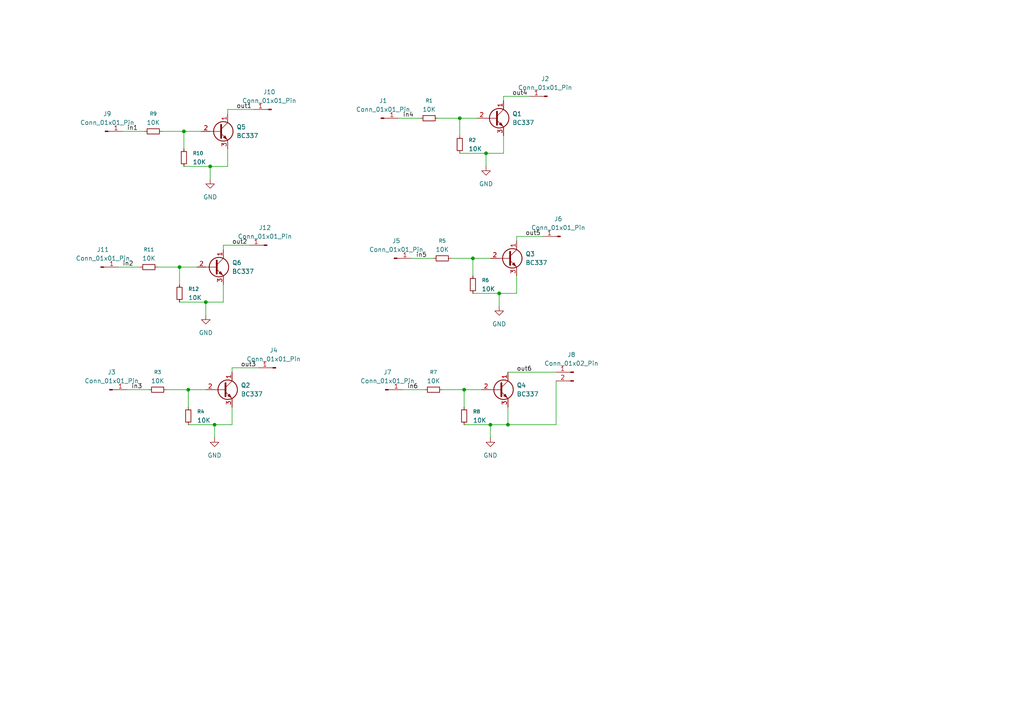
<source format=kicad_sch>
(kicad_sch
	(version 20250114)
	(generator "eeschema")
	(generator_version "9.0")
	(uuid "5e45d5e8-073e-4694-8b1c-49b8b6760d88")
	(paper "A4")
	(lib_symbols
		(symbol "Connector:Conn_01x01_Pin"
			(pin_names
				(offset 1.016)
				(hide yes)
			)
			(exclude_from_sim no)
			(in_bom yes)
			(on_board yes)
			(property "Reference" "J"
				(at 0 2.54 0)
				(effects
					(font
						(size 1.27 1.27)
					)
				)
			)
			(property "Value" "Conn_01x01_Pin"
				(at 0 -2.54 0)
				(effects
					(font
						(size 1.27 1.27)
					)
				)
			)
			(property "Footprint" ""
				(at 0 0 0)
				(effects
					(font
						(size 1.27 1.27)
					)
					(hide yes)
				)
			)
			(property "Datasheet" "~"
				(at 0 0 0)
				(effects
					(font
						(size 1.27 1.27)
					)
					(hide yes)
				)
			)
			(property "Description" "Generic connector, single row, 01x01, script generated"
				(at 0 0 0)
				(effects
					(font
						(size 1.27 1.27)
					)
					(hide yes)
				)
			)
			(property "ki_locked" ""
				(at 0 0 0)
				(effects
					(font
						(size 1.27 1.27)
					)
				)
			)
			(property "ki_keywords" "connector"
				(at 0 0 0)
				(effects
					(font
						(size 1.27 1.27)
					)
					(hide yes)
				)
			)
			(property "ki_fp_filters" "Connector*:*_1x??_*"
				(at 0 0 0)
				(effects
					(font
						(size 1.27 1.27)
					)
					(hide yes)
				)
			)
			(symbol "Conn_01x01_Pin_1_1"
				(rectangle
					(start 0.8636 0.127)
					(end 0 -0.127)
					(stroke
						(width 0.1524)
						(type default)
					)
					(fill
						(type outline)
					)
				)
				(polyline
					(pts
						(xy 1.27 0) (xy 0.8636 0)
					)
					(stroke
						(width 0.1524)
						(type default)
					)
					(fill
						(type none)
					)
				)
				(pin passive line
					(at 5.08 0 180)
					(length 3.81)
					(name "Pin_1"
						(effects
							(font
								(size 1.27 1.27)
							)
						)
					)
					(number "1"
						(effects
							(font
								(size 1.27 1.27)
							)
						)
					)
				)
			)
			(embedded_fonts no)
		)
		(symbol "Connector:Conn_01x02_Pin"
			(pin_names
				(offset 1.016)
				(hide yes)
			)
			(exclude_from_sim no)
			(in_bom yes)
			(on_board yes)
			(property "Reference" "J"
				(at 0 2.54 0)
				(effects
					(font
						(size 1.27 1.27)
					)
				)
			)
			(property "Value" "Conn_01x02_Pin"
				(at 0 -5.08 0)
				(effects
					(font
						(size 1.27 1.27)
					)
				)
			)
			(property "Footprint" ""
				(at 0 0 0)
				(effects
					(font
						(size 1.27 1.27)
					)
					(hide yes)
				)
			)
			(property "Datasheet" "~"
				(at 0 0 0)
				(effects
					(font
						(size 1.27 1.27)
					)
					(hide yes)
				)
			)
			(property "Description" "Generic connector, single row, 01x02, script generated"
				(at 0 0 0)
				(effects
					(font
						(size 1.27 1.27)
					)
					(hide yes)
				)
			)
			(property "ki_locked" ""
				(at 0 0 0)
				(effects
					(font
						(size 1.27 1.27)
					)
				)
			)
			(property "ki_keywords" "connector"
				(at 0 0 0)
				(effects
					(font
						(size 1.27 1.27)
					)
					(hide yes)
				)
			)
			(property "ki_fp_filters" "Connector*:*_1x??_*"
				(at 0 0 0)
				(effects
					(font
						(size 1.27 1.27)
					)
					(hide yes)
				)
			)
			(symbol "Conn_01x02_Pin_1_1"
				(rectangle
					(start 0.8636 0.127)
					(end 0 -0.127)
					(stroke
						(width 0.1524)
						(type default)
					)
					(fill
						(type outline)
					)
				)
				(rectangle
					(start 0.8636 -2.413)
					(end 0 -2.667)
					(stroke
						(width 0.1524)
						(type default)
					)
					(fill
						(type outline)
					)
				)
				(polyline
					(pts
						(xy 1.27 0) (xy 0.8636 0)
					)
					(stroke
						(width 0.1524)
						(type default)
					)
					(fill
						(type none)
					)
				)
				(polyline
					(pts
						(xy 1.27 -2.54) (xy 0.8636 -2.54)
					)
					(stroke
						(width 0.1524)
						(type default)
					)
					(fill
						(type none)
					)
				)
				(pin passive line
					(at 5.08 0 180)
					(length 3.81)
					(name "Pin_1"
						(effects
							(font
								(size 1.27 1.27)
							)
						)
					)
					(number "1"
						(effects
							(font
								(size 1.27 1.27)
							)
						)
					)
				)
				(pin passive line
					(at 5.08 -2.54 180)
					(length 3.81)
					(name "Pin_2"
						(effects
							(font
								(size 1.27 1.27)
							)
						)
					)
					(number "2"
						(effects
							(font
								(size 1.27 1.27)
							)
						)
					)
				)
			)
			(embedded_fonts no)
		)
		(symbol "Device:R_Small"
			(pin_numbers
				(hide yes)
			)
			(pin_names
				(offset 0.254)
				(hide yes)
			)
			(exclude_from_sim no)
			(in_bom yes)
			(on_board yes)
			(property "Reference" "R"
				(at 0 0 90)
				(effects
					(font
						(size 1.016 1.016)
					)
				)
			)
			(property "Value" "R_Small"
				(at 1.778 0 90)
				(effects
					(font
						(size 1.27 1.27)
					)
				)
			)
			(property "Footprint" ""
				(at 0 0 0)
				(effects
					(font
						(size 1.27 1.27)
					)
					(hide yes)
				)
			)
			(property "Datasheet" "~"
				(at 0 0 0)
				(effects
					(font
						(size 1.27 1.27)
					)
					(hide yes)
				)
			)
			(property "Description" "Resistor, small symbol"
				(at 0 0 0)
				(effects
					(font
						(size 1.27 1.27)
					)
					(hide yes)
				)
			)
			(property "ki_keywords" "R resistor"
				(at 0 0 0)
				(effects
					(font
						(size 1.27 1.27)
					)
					(hide yes)
				)
			)
			(property "ki_fp_filters" "R_*"
				(at 0 0 0)
				(effects
					(font
						(size 1.27 1.27)
					)
					(hide yes)
				)
			)
			(symbol "R_Small_0_1"
				(rectangle
					(start -0.762 1.778)
					(end 0.762 -1.778)
					(stroke
						(width 0.2032)
						(type default)
					)
					(fill
						(type none)
					)
				)
			)
			(symbol "R_Small_1_1"
				(pin passive line
					(at 0 2.54 270)
					(length 0.762)
					(name "~"
						(effects
							(font
								(size 1.27 1.27)
							)
						)
					)
					(number "1"
						(effects
							(font
								(size 1.27 1.27)
							)
						)
					)
				)
				(pin passive line
					(at 0 -2.54 90)
					(length 0.762)
					(name "~"
						(effects
							(font
								(size 1.27 1.27)
							)
						)
					)
					(number "2"
						(effects
							(font
								(size 1.27 1.27)
							)
						)
					)
				)
			)
			(embedded_fonts no)
		)
		(symbol "Transistor_BJT:BC337"
			(pin_names
				(offset 0)
				(hide yes)
			)
			(exclude_from_sim no)
			(in_bom yes)
			(on_board yes)
			(property "Reference" "Q"
				(at 5.08 1.905 0)
				(effects
					(font
						(size 1.27 1.27)
					)
					(justify left)
				)
			)
			(property "Value" "BC337"
				(at 5.08 0 0)
				(effects
					(font
						(size 1.27 1.27)
					)
					(justify left)
				)
			)
			(property "Footprint" "Package_TO_SOT_THT:TO-92_Inline"
				(at 5.08 -1.905 0)
				(effects
					(font
						(size 1.27 1.27)
						(italic yes)
					)
					(justify left)
					(hide yes)
				)
			)
			(property "Datasheet" "https://diotec.com/tl_files/diotec/files/pdf/datasheets/bc337.pdf"
				(at 0 0 0)
				(effects
					(font
						(size 1.27 1.27)
					)
					(justify left)
					(hide yes)
				)
			)
			(property "Description" "0.8A Ic, 45V Vce, NPN Transistor, TO-92"
				(at 0 0 0)
				(effects
					(font
						(size 1.27 1.27)
					)
					(hide yes)
				)
			)
			(property "ki_keywords" "NPN Transistor"
				(at 0 0 0)
				(effects
					(font
						(size 1.27 1.27)
					)
					(hide yes)
				)
			)
			(property "ki_fp_filters" "TO?92*"
				(at 0 0 0)
				(effects
					(font
						(size 1.27 1.27)
					)
					(hide yes)
				)
			)
			(symbol "BC337_0_1"
				(polyline
					(pts
						(xy -2.54 0) (xy 0.635 0)
					)
					(stroke
						(width 0)
						(type default)
					)
					(fill
						(type none)
					)
				)
				(polyline
					(pts
						(xy 0.635 1.905) (xy 0.635 -1.905)
					)
					(stroke
						(width 0.508)
						(type default)
					)
					(fill
						(type none)
					)
				)
				(circle
					(center 1.27 0)
					(radius 2.8194)
					(stroke
						(width 0.254)
						(type default)
					)
					(fill
						(type none)
					)
				)
			)
			(symbol "BC337_1_1"
				(polyline
					(pts
						(xy 0.635 0.635) (xy 2.54 2.54)
					)
					(stroke
						(width 0)
						(type default)
					)
					(fill
						(type none)
					)
				)
				(polyline
					(pts
						(xy 0.635 -0.635) (xy 2.54 -2.54)
					)
					(stroke
						(width 0)
						(type default)
					)
					(fill
						(type none)
					)
				)
				(polyline
					(pts
						(xy 1.27 -1.778) (xy 1.778 -1.27) (xy 2.286 -2.286) (xy 1.27 -1.778)
					)
					(stroke
						(width 0)
						(type default)
					)
					(fill
						(type outline)
					)
				)
				(pin input line
					(at -5.08 0 0)
					(length 2.54)
					(name "B"
						(effects
							(font
								(size 1.27 1.27)
							)
						)
					)
					(number "2"
						(effects
							(font
								(size 1.27 1.27)
							)
						)
					)
				)
				(pin passive line
					(at 2.54 5.08 270)
					(length 2.54)
					(name "C"
						(effects
							(font
								(size 1.27 1.27)
							)
						)
					)
					(number "1"
						(effects
							(font
								(size 1.27 1.27)
							)
						)
					)
				)
				(pin passive line
					(at 2.54 -5.08 90)
					(length 2.54)
					(name "E"
						(effects
							(font
								(size 1.27 1.27)
							)
						)
					)
					(number "3"
						(effects
							(font
								(size 1.27 1.27)
							)
						)
					)
				)
			)
			(embedded_fonts no)
		)
		(symbol "power:GND"
			(power)
			(pin_numbers
				(hide yes)
			)
			(pin_names
				(offset 0)
				(hide yes)
			)
			(exclude_from_sim no)
			(in_bom yes)
			(on_board yes)
			(property "Reference" "#PWR"
				(at 0 -6.35 0)
				(effects
					(font
						(size 1.27 1.27)
					)
					(hide yes)
				)
			)
			(property "Value" "GND"
				(at 0 -3.81 0)
				(effects
					(font
						(size 1.27 1.27)
					)
				)
			)
			(property "Footprint" ""
				(at 0 0 0)
				(effects
					(font
						(size 1.27 1.27)
					)
					(hide yes)
				)
			)
			(property "Datasheet" ""
				(at 0 0 0)
				(effects
					(font
						(size 1.27 1.27)
					)
					(hide yes)
				)
			)
			(property "Description" "Power symbol creates a global label with name \"GND\" , ground"
				(at 0 0 0)
				(effects
					(font
						(size 1.27 1.27)
					)
					(hide yes)
				)
			)
			(property "ki_keywords" "global power"
				(at 0 0 0)
				(effects
					(font
						(size 1.27 1.27)
					)
					(hide yes)
				)
			)
			(symbol "GND_0_1"
				(polyline
					(pts
						(xy 0 0) (xy 0 -1.27) (xy 1.27 -1.27) (xy 0 -2.54) (xy -1.27 -1.27) (xy 0 -1.27)
					)
					(stroke
						(width 0)
						(type default)
					)
					(fill
						(type none)
					)
				)
			)
			(symbol "GND_1_1"
				(pin power_in line
					(at 0 0 270)
					(length 0)
					(name "~"
						(effects
							(font
								(size 1.27 1.27)
							)
						)
					)
					(number "1"
						(effects
							(font
								(size 1.27 1.27)
							)
						)
					)
				)
			)
			(embedded_fonts no)
		)
	)
	(junction
		(at 54.61 113.03)
		(diameter 0)
		(color 0 0 0 0)
		(uuid "15425b0e-f87e-41d8-a592-3e7bcf8b1bf7")
	)
	(junction
		(at 53.34 38.1)
		(diameter 0)
		(color 0 0 0 0)
		(uuid "373f4af2-c769-4672-8d3b-9bbb7d08b51f")
	)
	(junction
		(at 144.78 85.09)
		(diameter 0)
		(color 0 0 0 0)
		(uuid "3b2cc262-c69b-475f-ad58-c297a0242c15")
	)
	(junction
		(at 59.69 87.63)
		(diameter 0)
		(color 0 0 0 0)
		(uuid "505c53b6-f020-416c-806a-ec7deac92745")
	)
	(junction
		(at 134.62 113.03)
		(diameter 0)
		(color 0 0 0 0)
		(uuid "6840bf56-83e4-4615-9fc9-20cff8b091d4")
	)
	(junction
		(at 52.07 77.47)
		(diameter 0)
		(color 0 0 0 0)
		(uuid "6b513869-8439-4f44-b10e-b02a8286a39c")
	)
	(junction
		(at 133.35 34.29)
		(diameter 0)
		(color 0 0 0 0)
		(uuid "6c2c9e22-120e-46e2-8699-b679d0e833d5")
	)
	(junction
		(at 140.97 44.45)
		(diameter 0)
		(color 0 0 0 0)
		(uuid "73495bea-8db7-4151-a1b5-38be35680072")
	)
	(junction
		(at 137.16 74.93)
		(diameter 0)
		(color 0 0 0 0)
		(uuid "778bb3f1-98ea-4b3f-9ce5-366ad924a9ab")
	)
	(junction
		(at 142.24 123.19)
		(diameter 0)
		(color 0 0 0 0)
		(uuid "8f2524f3-2dba-4cf8-aa44-daff562dd58a")
	)
	(junction
		(at 147.32 123.19)
		(diameter 0)
		(color 0 0 0 0)
		(uuid "b380924b-078f-469d-8009-e25eb830643a")
	)
	(junction
		(at 62.23 123.19)
		(diameter 0)
		(color 0 0 0 0)
		(uuid "c866e5ef-02b9-477e-a565-34485e3d836d")
	)
	(junction
		(at 60.96 48.26)
		(diameter 0)
		(color 0 0 0 0)
		(uuid "dfed7c41-bafd-488e-bc67-4b03be028cd0")
	)
	(wire
		(pts
			(xy 116.84 113.03) (xy 123.19 113.03)
		)
		(stroke
			(width 0)
			(type default)
		)
		(uuid "02a464e9-11f3-4f0a-aab2-da3f6cfe5202")
	)
	(wire
		(pts
			(xy 52.07 77.47) (xy 57.15 77.47)
		)
		(stroke
			(width 0)
			(type default)
		)
		(uuid "06cb7d14-5bb2-4e5f-8692-ab496c977889")
	)
	(wire
		(pts
			(xy 60.96 48.26) (xy 60.96 52.07)
		)
		(stroke
			(width 0)
			(type default)
		)
		(uuid "08f80535-4bec-48bf-b75f-21c15ca29d00")
	)
	(wire
		(pts
			(xy 161.29 110.49) (xy 161.29 123.19)
		)
		(stroke
			(width 0)
			(type default)
		)
		(uuid "0c7f6ba1-8aa3-46cf-be8d-608a55fb4fc4")
	)
	(wire
		(pts
			(xy 52.07 87.63) (xy 59.69 87.63)
		)
		(stroke
			(width 0)
			(type default)
		)
		(uuid "1637a8a5-837b-4b65-9f7d-4443e9a78e13")
	)
	(wire
		(pts
			(xy 119.38 74.93) (xy 125.73 74.93)
		)
		(stroke
			(width 0)
			(type default)
		)
		(uuid "1f76b36b-a3c3-4ed2-a6b7-d97c59c5c9dd")
	)
	(wire
		(pts
			(xy 48.26 113.03) (xy 54.61 113.03)
		)
		(stroke
			(width 0)
			(type default)
		)
		(uuid "20a92c84-5eb5-477e-92cc-ae47a7043868")
	)
	(wire
		(pts
			(xy 146.05 27.94) (xy 153.67 27.94)
		)
		(stroke
			(width 0)
			(type default)
		)
		(uuid "21f71ad2-c510-4cdc-a6f9-013c7047cb53")
	)
	(wire
		(pts
			(xy 66.04 33.02) (xy 66.04 31.75)
		)
		(stroke
			(width 0)
			(type default)
		)
		(uuid "22ef6ed8-4224-4e2d-9795-30118341f659")
	)
	(wire
		(pts
			(xy 133.35 34.29) (xy 138.43 34.29)
		)
		(stroke
			(width 0)
			(type default)
		)
		(uuid "2fc2736c-c359-455f-a212-85da2c682648")
	)
	(wire
		(pts
			(xy 66.04 48.26) (xy 60.96 48.26)
		)
		(stroke
			(width 0)
			(type default)
		)
		(uuid "34c83852-e0cb-428d-b582-19dd9474d77b")
	)
	(wire
		(pts
			(xy 64.77 87.63) (xy 59.69 87.63)
		)
		(stroke
			(width 0)
			(type default)
		)
		(uuid "363966c4-257d-42e7-acae-c984de4f5808")
	)
	(wire
		(pts
			(xy 133.35 44.45) (xy 140.97 44.45)
		)
		(stroke
			(width 0)
			(type default)
		)
		(uuid "36d69096-5be1-4c04-805b-4ae7f855b2d7")
	)
	(wire
		(pts
			(xy 137.16 74.93) (xy 142.24 74.93)
		)
		(stroke
			(width 0)
			(type default)
		)
		(uuid "379cd0ea-5233-4449-8985-9b62f7dfa64c")
	)
	(wire
		(pts
			(xy 146.05 39.37) (xy 146.05 44.45)
		)
		(stroke
			(width 0)
			(type default)
		)
		(uuid "3a5471bc-e079-4c28-b841-9f2610fe99be")
	)
	(wire
		(pts
			(xy 59.69 87.63) (xy 59.69 91.44)
		)
		(stroke
			(width 0)
			(type default)
		)
		(uuid "3e2f55d9-4d99-4ca0-b3f7-af839278a16e")
	)
	(wire
		(pts
			(xy 66.04 31.75) (xy 73.66 31.75)
		)
		(stroke
			(width 0)
			(type default)
		)
		(uuid "4fde39e1-e0db-4f31-a5f5-d8293c124120")
	)
	(wire
		(pts
			(xy 53.34 43.18) (xy 53.34 38.1)
		)
		(stroke
			(width 0)
			(type default)
		)
		(uuid "51620e61-b4cf-4b53-86d2-af226d642944")
	)
	(wire
		(pts
			(xy 134.62 118.11) (xy 134.62 113.03)
		)
		(stroke
			(width 0)
			(type default)
		)
		(uuid "54971b8c-bf1b-4a7d-9f38-7bb54a7da1b6")
	)
	(wire
		(pts
			(xy 134.62 113.03) (xy 139.7 113.03)
		)
		(stroke
			(width 0)
			(type default)
		)
		(uuid "59f7c834-ecd1-4a82-97e2-51b5ebdbd8d4")
	)
	(wire
		(pts
			(xy 54.61 118.11) (xy 54.61 113.03)
		)
		(stroke
			(width 0)
			(type default)
		)
		(uuid "5ae7ccbd-b244-47ba-85f2-14bae571c655")
	)
	(wire
		(pts
			(xy 52.07 82.55) (xy 52.07 77.47)
		)
		(stroke
			(width 0)
			(type default)
		)
		(uuid "650bcb37-c0f3-4fc7-acc0-ddcc119a464c")
	)
	(wire
		(pts
			(xy 53.34 48.26) (xy 60.96 48.26)
		)
		(stroke
			(width 0)
			(type default)
		)
		(uuid "66572813-1bf9-47c4-9f2a-c79f3373eff2")
	)
	(wire
		(pts
			(xy 64.77 82.55) (xy 64.77 87.63)
		)
		(stroke
			(width 0)
			(type default)
		)
		(uuid "67102a3e-5f4e-4b4b-a501-a92927af4e0d")
	)
	(wire
		(pts
			(xy 134.62 123.19) (xy 142.24 123.19)
		)
		(stroke
			(width 0)
			(type default)
		)
		(uuid "67ac75d6-e1cc-467e-b22f-29e3f05c6bc6")
	)
	(wire
		(pts
			(xy 54.61 113.03) (xy 59.69 113.03)
		)
		(stroke
			(width 0)
			(type default)
		)
		(uuid "72c893b4-1e35-4657-8836-c195cd19d46c")
	)
	(wire
		(pts
			(xy 149.86 69.85) (xy 149.86 68.58)
		)
		(stroke
			(width 0)
			(type default)
		)
		(uuid "73eba5bb-6390-46d9-b7b1-0ba7d40a3dfe")
	)
	(wire
		(pts
			(xy 161.29 123.19) (xy 147.32 123.19)
		)
		(stroke
			(width 0)
			(type default)
		)
		(uuid "7c226549-78cd-46ce-9759-c88c9be61cf2")
	)
	(wire
		(pts
			(xy 67.31 123.19) (xy 62.23 123.19)
		)
		(stroke
			(width 0)
			(type default)
		)
		(uuid "7cedc232-2226-4538-9893-558f300d7d0d")
	)
	(wire
		(pts
			(xy 137.16 85.09) (xy 144.78 85.09)
		)
		(stroke
			(width 0)
			(type default)
		)
		(uuid "80987a43-356c-44cc-b005-e8f80b683f9a")
	)
	(wire
		(pts
			(xy 66.04 43.18) (xy 66.04 48.26)
		)
		(stroke
			(width 0)
			(type default)
		)
		(uuid "86fcd80a-b893-440d-a27f-63dd9894ac4c")
	)
	(wire
		(pts
			(xy 144.78 85.09) (xy 144.78 88.9)
		)
		(stroke
			(width 0)
			(type default)
		)
		(uuid "87f6aa40-689d-45e2-ba6d-8b0c274282b8")
	)
	(wire
		(pts
			(xy 64.77 71.12) (xy 72.39 71.12)
		)
		(stroke
			(width 0)
			(type default)
		)
		(uuid "884baae9-6494-4a43-93f5-695094e3b3ad")
	)
	(wire
		(pts
			(xy 34.29 77.47) (xy 40.64 77.47)
		)
		(stroke
			(width 0)
			(type default)
		)
		(uuid "88ab6f0e-03f5-443d-97c1-a374d4c8a6ca")
	)
	(wire
		(pts
			(xy 45.72 77.47) (xy 52.07 77.47)
		)
		(stroke
			(width 0)
			(type default)
		)
		(uuid "8af3b44a-a0da-4a6e-b609-ad74f11f174c")
	)
	(wire
		(pts
			(xy 149.86 85.09) (xy 144.78 85.09)
		)
		(stroke
			(width 0)
			(type default)
		)
		(uuid "8b0d3c94-edcb-4f64-b246-f05f340b1f95")
	)
	(wire
		(pts
			(xy 130.81 74.93) (xy 137.16 74.93)
		)
		(stroke
			(width 0)
			(type default)
		)
		(uuid "8d7cfac8-d944-478b-8d70-a5acd89b36a6")
	)
	(wire
		(pts
			(xy 146.05 29.21) (xy 146.05 27.94)
		)
		(stroke
			(width 0)
			(type default)
		)
		(uuid "92c02d48-4089-490d-b2e4-fe34de3c82ea")
	)
	(wire
		(pts
			(xy 128.27 113.03) (xy 134.62 113.03)
		)
		(stroke
			(width 0)
			(type default)
		)
		(uuid "9390adcc-a605-4ba1-acf1-ff7fe439e45d")
	)
	(wire
		(pts
			(xy 46.99 38.1) (xy 53.34 38.1)
		)
		(stroke
			(width 0)
			(type default)
		)
		(uuid "93c30ff8-3458-422e-8324-69e2b2c76589")
	)
	(wire
		(pts
			(xy 146.05 44.45) (xy 140.97 44.45)
		)
		(stroke
			(width 0)
			(type default)
		)
		(uuid "9609caca-00b7-41d0-9349-ca8a547914df")
	)
	(wire
		(pts
			(xy 133.35 39.37) (xy 133.35 34.29)
		)
		(stroke
			(width 0)
			(type default)
		)
		(uuid "96fb888f-0642-447c-8331-da870287e8bf")
	)
	(wire
		(pts
			(xy 62.23 123.19) (xy 62.23 127)
		)
		(stroke
			(width 0)
			(type default)
		)
		(uuid "9decea6a-94e0-4fa5-ad66-75684ee1463e")
	)
	(wire
		(pts
			(xy 115.57 34.29) (xy 121.92 34.29)
		)
		(stroke
			(width 0)
			(type default)
		)
		(uuid "aacccc07-58a9-4316-921e-253f5419966d")
	)
	(wire
		(pts
			(xy 127 34.29) (xy 133.35 34.29)
		)
		(stroke
			(width 0)
			(type default)
		)
		(uuid "aafa96d3-3dbb-4710-8654-4152e64c6a58")
	)
	(wire
		(pts
			(xy 54.61 123.19) (xy 62.23 123.19)
		)
		(stroke
			(width 0)
			(type default)
		)
		(uuid "adbb63d7-58d7-4e22-9bf1-571770f75dfe")
	)
	(wire
		(pts
			(xy 67.31 107.95) (xy 67.31 106.68)
		)
		(stroke
			(width 0)
			(type default)
		)
		(uuid "b82f170c-5566-41e2-b357-0979e593b975")
	)
	(wire
		(pts
			(xy 67.31 106.68) (xy 74.93 106.68)
		)
		(stroke
			(width 0)
			(type default)
		)
		(uuid "ba142a0f-4cf2-49af-b470-3735cd0bc3e5")
	)
	(wire
		(pts
			(xy 147.32 107.95) (xy 161.29 107.95)
		)
		(stroke
			(width 0)
			(type default)
		)
		(uuid "c8264414-6d27-4726-a72e-e9389a8f726f")
	)
	(wire
		(pts
			(xy 137.16 80.01) (xy 137.16 74.93)
		)
		(stroke
			(width 0)
			(type default)
		)
		(uuid "caf14625-2955-48d5-a6c0-64121b3cf326")
	)
	(wire
		(pts
			(xy 67.31 118.11) (xy 67.31 123.19)
		)
		(stroke
			(width 0)
			(type default)
		)
		(uuid "d26104a0-e1bb-4a42-9c0f-93fd185bd489")
	)
	(wire
		(pts
			(xy 140.97 44.45) (xy 140.97 48.26)
		)
		(stroke
			(width 0)
			(type default)
		)
		(uuid "d2ce2ba3-a0cd-4495-a89a-a5552c9be5df")
	)
	(wire
		(pts
			(xy 149.86 68.58) (xy 157.48 68.58)
		)
		(stroke
			(width 0)
			(type default)
		)
		(uuid "d4ca7484-abe1-4781-9834-816a5eeda854")
	)
	(wire
		(pts
			(xy 142.24 123.19) (xy 142.24 127)
		)
		(stroke
			(width 0)
			(type default)
		)
		(uuid "d7222dc2-617b-4868-b618-1c2ec6c800ce")
	)
	(wire
		(pts
			(xy 147.32 123.19) (xy 142.24 123.19)
		)
		(stroke
			(width 0)
			(type default)
		)
		(uuid "db7c7a5d-3229-4d55-80a0-1e9176716945")
	)
	(wire
		(pts
			(xy 53.34 38.1) (xy 58.42 38.1)
		)
		(stroke
			(width 0)
			(type default)
		)
		(uuid "e19e024a-6e35-4366-8d59-d14594dd0d26")
	)
	(wire
		(pts
			(xy 35.56 38.1) (xy 41.91 38.1)
		)
		(stroke
			(width 0)
			(type default)
		)
		(uuid "e2f517ad-5d9c-4c32-a28b-53b2964753c2")
	)
	(wire
		(pts
			(xy 64.77 72.39) (xy 64.77 71.12)
		)
		(stroke
			(width 0)
			(type default)
		)
		(uuid "e6d113ab-8b03-4ad0-8685-af2a6ef8273b")
	)
	(wire
		(pts
			(xy 147.32 118.11) (xy 147.32 123.19)
		)
		(stroke
			(width 0)
			(type default)
		)
		(uuid "e9c8f039-66e5-4df3-96c0-dfa5ce62ab76")
	)
	(wire
		(pts
			(xy 36.83 113.03) (xy 43.18 113.03)
		)
		(stroke
			(width 0)
			(type default)
		)
		(uuid "eda26fff-bb67-4e78-891d-60e955ea7ad5")
	)
	(wire
		(pts
			(xy 149.86 80.01) (xy 149.86 85.09)
		)
		(stroke
			(width 0)
			(type default)
		)
		(uuid "ee386d29-0d30-43b6-8d4c-d4a1cdfc1719")
	)
	(label "in1"
		(at 36.83 38.1 0)
		(effects
			(font
				(size 1.27 1.27)
			)
			(justify left bottom)
		)
		(uuid "2de8d83a-f488-4ca1-be5e-0dbb43010ea3")
	)
	(label "in2"
		(at 35.56 77.47 0)
		(effects
			(font
				(size 1.27 1.27)
			)
			(justify left bottom)
		)
		(uuid "681ba929-452a-4e88-9460-b24b63cbc838")
	)
	(label "in5"
		(at 120.65 74.93 0)
		(effects
			(font
				(size 1.27 1.27)
			)
			(justify left bottom)
		)
		(uuid "74b0a3ca-177e-41f7-b74a-da7e8bcaac58")
	)
	(label "out2"
		(at 67.31 71.12 0)
		(effects
			(font
				(size 1.27 1.27)
			)
			(justify left bottom)
		)
		(uuid "7c74f213-0728-4b1b-a98b-cca60ea1dc8f")
	)
	(label "out5"
		(at 152.4 68.58 0)
		(effects
			(font
				(size 1.27 1.27)
			)
			(justify left bottom)
		)
		(uuid "92be1007-4923-47fa-83e8-563e6f7b0f71")
	)
	(label "out1"
		(at 68.58 31.75 0)
		(effects
			(font
				(size 1.27 1.27)
			)
			(justify left bottom)
		)
		(uuid "93cf1872-7628-4e01-b230-f87f96f7d494")
	)
	(label "in6"
		(at 118.11 113.03 0)
		(effects
			(font
				(size 1.27 1.27)
			)
			(justify left bottom)
		)
		(uuid "99923e8e-7b54-43d7-a7f3-935c18eea018")
	)
	(label "out4"
		(at 148.59 27.94 0)
		(effects
			(font
				(size 1.27 1.27)
			)
			(justify left bottom)
		)
		(uuid "a885743d-0fc9-401b-914a-02a422848d37")
	)
	(label "out6"
		(at 149.86 107.95 0)
		(effects
			(font
				(size 1.27 1.27)
			)
			(justify left bottom)
		)
		(uuid "b224c616-60c7-4e66-878a-260bd2f5f77d")
	)
	(label "in3"
		(at 38.1 113.03 0)
		(effects
			(font
				(size 1.27 1.27)
			)
			(justify left bottom)
		)
		(uuid "d9a9398a-f242-4388-9bb2-14fcfbf65311")
	)
	(label "in4"
		(at 116.84 34.29 0)
		(effects
			(font
				(size 1.27 1.27)
			)
			(justify left bottom)
		)
		(uuid "e5a061d3-c4cb-4360-a9dd-d7868310bbf5")
	)
	(label "out3"
		(at 69.85 106.68 0)
		(effects
			(font
				(size 1.27 1.27)
			)
			(justify left bottom)
		)
		(uuid "f04f1a13-1216-41c4-9b74-02b0ca95bbfc")
	)
	(symbol
		(lib_id "Device:R_Small")
		(at 54.61 120.65 180)
		(unit 1)
		(exclude_from_sim no)
		(in_bom yes)
		(on_board yes)
		(dnp no)
		(fields_autoplaced yes)
		(uuid "029cd990-86b4-47fc-a7a5-463cb93e78b6")
		(property "Reference" "R4"
			(at 57.15 119.3799 0)
			(effects
				(font
					(size 1.016 1.016)
				)
				(justify right)
			)
		)
		(property "Value" "10K"
			(at 57.15 121.9199 0)
			(effects
				(font
					(size 1.27 1.27)
				)
				(justify right)
			)
		)
		(property "Footprint" "Resistor_THT:R_Axial_DIN0207_L6.3mm_D2.5mm_P10.16mm_Horizontal"
			(at 54.61 120.65 0)
			(effects
				(font
					(size 1.27 1.27)
				)
				(hide yes)
			)
		)
		(property "Datasheet" "~"
			(at 54.61 120.65 0)
			(effects
				(font
					(size 1.27 1.27)
				)
				(hide yes)
			)
		)
		(property "Description" "Resistor, small symbol"
			(at 54.61 120.65 0)
			(effects
				(font
					(size 1.27 1.27)
				)
				(hide yes)
			)
		)
		(pin "2"
			(uuid "9476093f-ca17-46c3-9aac-af6e07ff92f0")
		)
		(pin "1"
			(uuid "7199097c-524f-46aa-9eaf-79c9cc18ab6b")
		)
		(instances
			(project "DVR-adapter"
				(path "/5e45d5e8-073e-4694-8b1c-49b8b6760d88"
					(reference "R4")
					(unit 1)
				)
			)
		)
	)
	(symbol
		(lib_id "Connector:Conn_01x01_Pin")
		(at 30.48 38.1 0)
		(unit 1)
		(exclude_from_sim no)
		(in_bom yes)
		(on_board yes)
		(dnp no)
		(fields_autoplaced yes)
		(uuid "05a05d95-f3d2-4343-9f08-4ba551e36590")
		(property "Reference" "J9"
			(at 31.115 33.02 0)
			(effects
				(font
					(size 1.27 1.27)
				)
			)
		)
		(property "Value" "Conn_01x01_Pin"
			(at 31.115 35.56 0)
			(effects
				(font
					(size 1.27 1.27)
				)
			)
		)
		(property "Footprint" "Connector_PinHeader_2.54mm:PinHeader_1x01_P2.54mm_Vertical"
			(at 30.48 38.1 0)
			(effects
				(font
					(size 1.27 1.27)
				)
				(hide yes)
			)
		)
		(property "Datasheet" "~"
			(at 30.48 38.1 0)
			(effects
				(font
					(size 1.27 1.27)
				)
				(hide yes)
			)
		)
		(property "Description" "Generic connector, single row, 01x01, script generated"
			(at 30.48 38.1 0)
			(effects
				(font
					(size 1.27 1.27)
				)
				(hide yes)
			)
		)
		(pin "1"
			(uuid "4c626528-6e61-4c54-a5d9-68a7aa398bbc")
		)
		(instances
			(project "DVR-adapter"
				(path "/5e45d5e8-073e-4694-8b1c-49b8b6760d88"
					(reference "J9")
					(unit 1)
				)
			)
		)
	)
	(symbol
		(lib_id "Device:R_Small")
		(at 128.27 74.93 90)
		(unit 1)
		(exclude_from_sim no)
		(in_bom yes)
		(on_board yes)
		(dnp no)
		(fields_autoplaced yes)
		(uuid "063d0c3c-9d24-42f3-9fb2-a1c64f1cf6cd")
		(property "Reference" "R5"
			(at 128.27 69.85 90)
			(effects
				(font
					(size 1.016 1.016)
				)
			)
		)
		(property "Value" "10K"
			(at 128.27 72.39 90)
			(effects
				(font
					(size 1.27 1.27)
				)
			)
		)
		(property "Footprint" "Resistor_THT:R_Axial_DIN0207_L6.3mm_D2.5mm_P10.16mm_Horizontal"
			(at 128.27 74.93 0)
			(effects
				(font
					(size 1.27 1.27)
				)
				(hide yes)
			)
		)
		(property "Datasheet" "~"
			(at 128.27 74.93 0)
			(effects
				(font
					(size 1.27 1.27)
				)
				(hide yes)
			)
		)
		(property "Description" "Resistor, small symbol"
			(at 128.27 74.93 0)
			(effects
				(font
					(size 1.27 1.27)
				)
				(hide yes)
			)
		)
		(pin "2"
			(uuid "650c161b-a18f-4bbd-b479-6720f23d03fa")
		)
		(pin "1"
			(uuid "66551677-1c16-49ea-8743-d7d03ff9f322")
		)
		(instances
			(project "DVR-adapter"
				(path "/5e45d5e8-073e-4694-8b1c-49b8b6760d88"
					(reference "R5")
					(unit 1)
				)
			)
		)
	)
	(symbol
		(lib_id "Transistor_BJT:BC337")
		(at 62.23 77.47 0)
		(unit 1)
		(exclude_from_sim no)
		(in_bom yes)
		(on_board yes)
		(dnp no)
		(fields_autoplaced yes)
		(uuid "278c2123-16ae-4ed7-9e19-20c4cb8b99dc")
		(property "Reference" "Q6"
			(at 67.31 76.1999 0)
			(effects
				(font
					(size 1.27 1.27)
				)
				(justify left)
			)
		)
		(property "Value" "BC337"
			(at 67.31 78.7399 0)
			(effects
				(font
					(size 1.27 1.27)
				)
				(justify left)
			)
		)
		(property "Footprint" "Package_TO_SOT_THT:TO-92_Inline"
			(at 67.31 79.375 0)
			(effects
				(font
					(size 1.27 1.27)
					(italic yes)
				)
				(justify left)
				(hide yes)
			)
		)
		(property "Datasheet" "https://diotec.com/tl_files/diotec/files/pdf/datasheets/bc337.pdf"
			(at 62.23 77.47 0)
			(effects
				(font
					(size 1.27 1.27)
				)
				(justify left)
				(hide yes)
			)
		)
		(property "Description" "0.8A Ic, 45V Vce, NPN Transistor, TO-92"
			(at 62.23 77.47 0)
			(effects
				(font
					(size 1.27 1.27)
				)
				(hide yes)
			)
		)
		(pin "3"
			(uuid "b8bc9ff6-da9e-4004-86e8-a0a862485ee5")
		)
		(pin "1"
			(uuid "d12139f1-1fa1-44cf-9a90-7fb0a0d5006c")
		)
		(pin "2"
			(uuid "128a6ad4-1446-437d-bc67-7278ba87feaf")
		)
		(instances
			(project "DVR-adapter"
				(path "/5e45d5e8-073e-4694-8b1c-49b8b6760d88"
					(reference "Q6")
					(unit 1)
				)
			)
		)
	)
	(symbol
		(lib_id "Device:R_Small")
		(at 124.46 34.29 90)
		(unit 1)
		(exclude_from_sim no)
		(in_bom yes)
		(on_board yes)
		(dnp no)
		(fields_autoplaced yes)
		(uuid "29938583-b028-41f2-98ce-df15e9ee3b2f")
		(property "Reference" "R1"
			(at 124.46 29.21 90)
			(effects
				(font
					(size 1.016 1.016)
				)
			)
		)
		(property "Value" "10K"
			(at 124.46 31.75 90)
			(effects
				(font
					(size 1.27 1.27)
				)
			)
		)
		(property "Footprint" "Resistor_THT:R_Axial_DIN0207_L6.3mm_D2.5mm_P10.16mm_Horizontal"
			(at 124.46 34.29 0)
			(effects
				(font
					(size 1.27 1.27)
				)
				(hide yes)
			)
		)
		(property "Datasheet" "~"
			(at 124.46 34.29 0)
			(effects
				(font
					(size 1.27 1.27)
				)
				(hide yes)
			)
		)
		(property "Description" "Resistor, small symbol"
			(at 124.46 34.29 0)
			(effects
				(font
					(size 1.27 1.27)
				)
				(hide yes)
			)
		)
		(pin "2"
			(uuid "e80f4020-24bb-4043-abd4-1dadbfee468d")
		)
		(pin "1"
			(uuid "6c7a1676-4bf7-41f4-9160-36b847ba3730")
		)
		(instances
			(project ""
				(path "/5e45d5e8-073e-4694-8b1c-49b8b6760d88"
					(reference "R1")
					(unit 1)
				)
			)
		)
	)
	(symbol
		(lib_id "Transistor_BJT:BC337")
		(at 143.51 34.29 0)
		(unit 1)
		(exclude_from_sim no)
		(in_bom yes)
		(on_board yes)
		(dnp no)
		(fields_autoplaced yes)
		(uuid "32020b22-103a-4f77-a6a0-1306d73fcc1b")
		(property "Reference" "Q1"
			(at 148.59 33.0199 0)
			(effects
				(font
					(size 1.27 1.27)
				)
				(justify left)
			)
		)
		(property "Value" "BC337"
			(at 148.59 35.5599 0)
			(effects
				(font
					(size 1.27 1.27)
				)
				(justify left)
			)
		)
		(property "Footprint" "Package_TO_SOT_THT:TO-92_Inline"
			(at 148.59 36.195 0)
			(effects
				(font
					(size 1.27 1.27)
					(italic yes)
				)
				(justify left)
				(hide yes)
			)
		)
		(property "Datasheet" "https://diotec.com/tl_files/diotec/files/pdf/datasheets/bc337.pdf"
			(at 143.51 34.29 0)
			(effects
				(font
					(size 1.27 1.27)
				)
				(justify left)
				(hide yes)
			)
		)
		(property "Description" "0.8A Ic, 45V Vce, NPN Transistor, TO-92"
			(at 143.51 34.29 0)
			(effects
				(font
					(size 1.27 1.27)
				)
				(hide yes)
			)
		)
		(pin "3"
			(uuid "c060205a-7cc5-4588-b419-3452163a0a58")
		)
		(pin "1"
			(uuid "c0254621-29f0-4c62-9a17-8ccc5c5cbd2a")
		)
		(pin "2"
			(uuid "a24c0fe1-92f8-45e7-b785-b374b6b0df15")
		)
		(instances
			(project ""
				(path "/5e45d5e8-073e-4694-8b1c-49b8b6760d88"
					(reference "Q1")
					(unit 1)
				)
			)
		)
	)
	(symbol
		(lib_id "Connector:Conn_01x01_Pin")
		(at 77.47 71.12 0)
		(mirror y)
		(unit 1)
		(exclude_from_sim no)
		(in_bom yes)
		(on_board yes)
		(dnp no)
		(uuid "383fffd9-e12b-409d-9eb2-030b819a207b")
		(property "Reference" "J12"
			(at 76.835 66.04 0)
			(effects
				(font
					(size 1.27 1.27)
				)
			)
		)
		(property "Value" "Conn_01x01_Pin"
			(at 76.835 68.58 0)
			(effects
				(font
					(size 1.27 1.27)
				)
			)
		)
		(property "Footprint" "Connector_PinHeader_2.54mm:PinHeader_1x01_P2.54mm_Vertical"
			(at 77.47 71.12 0)
			(effects
				(font
					(size 1.27 1.27)
				)
				(hide yes)
			)
		)
		(property "Datasheet" "~"
			(at 77.47 71.12 0)
			(effects
				(font
					(size 1.27 1.27)
				)
				(hide yes)
			)
		)
		(property "Description" "Generic connector, single row, 01x01, script generated"
			(at 77.47 71.12 0)
			(effects
				(font
					(size 1.27 1.27)
				)
				(hide yes)
			)
		)
		(pin "1"
			(uuid "6158292b-c892-4306-b42c-58272a3a5cf1")
		)
		(instances
			(project "DVR-adapter"
				(path "/5e45d5e8-073e-4694-8b1c-49b8b6760d88"
					(reference "J12")
					(unit 1)
				)
			)
		)
	)
	(symbol
		(lib_id "power:GND")
		(at 140.97 48.26 0)
		(unit 1)
		(exclude_from_sim no)
		(in_bom yes)
		(on_board yes)
		(dnp no)
		(fields_autoplaced yes)
		(uuid "47ab7a3f-624b-4b43-8016-2c68ed2e4762")
		(property "Reference" "#PWR01"
			(at 140.97 54.61 0)
			(effects
				(font
					(size 1.27 1.27)
				)
				(hide yes)
			)
		)
		(property "Value" "GND"
			(at 140.97 53.34 0)
			(effects
				(font
					(size 1.27 1.27)
				)
			)
		)
		(property "Footprint" ""
			(at 140.97 48.26 0)
			(effects
				(font
					(size 1.27 1.27)
				)
				(hide yes)
			)
		)
		(property "Datasheet" ""
			(at 140.97 48.26 0)
			(effects
				(font
					(size 1.27 1.27)
				)
				(hide yes)
			)
		)
		(property "Description" "Power symbol creates a global label with name \"GND\" , ground"
			(at 140.97 48.26 0)
			(effects
				(font
					(size 1.27 1.27)
				)
				(hide yes)
			)
		)
		(pin "1"
			(uuid "46c9c95c-b0a6-4b85-acef-a2d8f44e19bf")
		)
		(instances
			(project ""
				(path "/5e45d5e8-073e-4694-8b1c-49b8b6760d88"
					(reference "#PWR01")
					(unit 1)
				)
			)
		)
	)
	(symbol
		(lib_id "Connector:Conn_01x01_Pin")
		(at 31.75 113.03 0)
		(unit 1)
		(exclude_from_sim no)
		(in_bom yes)
		(on_board yes)
		(dnp no)
		(fields_autoplaced yes)
		(uuid "4a24ac81-ac83-46e1-97c4-7305c023b18f")
		(property "Reference" "J3"
			(at 32.385 107.95 0)
			(effects
				(font
					(size 1.27 1.27)
				)
			)
		)
		(property "Value" "Conn_01x01_Pin"
			(at 32.385 110.49 0)
			(effects
				(font
					(size 1.27 1.27)
				)
			)
		)
		(property "Footprint" "Connector_PinHeader_2.54mm:PinHeader_1x01_P2.54mm_Vertical"
			(at 31.75 113.03 0)
			(effects
				(font
					(size 1.27 1.27)
				)
				(hide yes)
			)
		)
		(property "Datasheet" "~"
			(at 31.75 113.03 0)
			(effects
				(font
					(size 1.27 1.27)
				)
				(hide yes)
			)
		)
		(property "Description" "Generic connector, single row, 01x01, script generated"
			(at 31.75 113.03 0)
			(effects
				(font
					(size 1.27 1.27)
				)
				(hide yes)
			)
		)
		(pin "1"
			(uuid "91946b2f-2a68-4bc1-87ce-13aee954207d")
		)
		(instances
			(project "DVR-adapter"
				(path "/5e45d5e8-073e-4694-8b1c-49b8b6760d88"
					(reference "J3")
					(unit 1)
				)
			)
		)
	)
	(symbol
		(lib_id "power:GND")
		(at 144.78 88.9 0)
		(unit 1)
		(exclude_from_sim no)
		(in_bom yes)
		(on_board yes)
		(dnp no)
		(fields_autoplaced yes)
		(uuid "574b9b8a-2457-4cb0-8ce7-34ac821c6f4a")
		(property "Reference" "#PWR03"
			(at 144.78 95.25 0)
			(effects
				(font
					(size 1.27 1.27)
				)
				(hide yes)
			)
		)
		(property "Value" "GND"
			(at 144.78 93.98 0)
			(effects
				(font
					(size 1.27 1.27)
				)
			)
		)
		(property "Footprint" ""
			(at 144.78 88.9 0)
			(effects
				(font
					(size 1.27 1.27)
				)
				(hide yes)
			)
		)
		(property "Datasheet" ""
			(at 144.78 88.9 0)
			(effects
				(font
					(size 1.27 1.27)
				)
				(hide yes)
			)
		)
		(property "Description" "Power symbol creates a global label with name \"GND\" , ground"
			(at 144.78 88.9 0)
			(effects
				(font
					(size 1.27 1.27)
				)
				(hide yes)
			)
		)
		(pin "1"
			(uuid "e271175e-7119-4302-948d-63449c285550")
		)
		(instances
			(project "DVR-adapter"
				(path "/5e45d5e8-073e-4694-8b1c-49b8b6760d88"
					(reference "#PWR03")
					(unit 1)
				)
			)
		)
	)
	(symbol
		(lib_id "Connector:Conn_01x01_Pin")
		(at 111.76 113.03 0)
		(unit 1)
		(exclude_from_sim no)
		(in_bom yes)
		(on_board yes)
		(dnp no)
		(fields_autoplaced yes)
		(uuid "5f039f28-fba3-4fa8-9928-39de85500e65")
		(property "Reference" "J7"
			(at 112.395 107.95 0)
			(effects
				(font
					(size 1.27 1.27)
				)
			)
		)
		(property "Value" "Conn_01x01_Pin"
			(at 112.395 110.49 0)
			(effects
				(font
					(size 1.27 1.27)
				)
			)
		)
		(property "Footprint" "Connector_PinHeader_2.54mm:PinHeader_1x01_P2.54mm_Vertical"
			(at 111.76 113.03 0)
			(effects
				(font
					(size 1.27 1.27)
				)
				(hide yes)
			)
		)
		(property "Datasheet" "~"
			(at 111.76 113.03 0)
			(effects
				(font
					(size 1.27 1.27)
				)
				(hide yes)
			)
		)
		(property "Description" "Generic connector, single row, 01x01, script generated"
			(at 111.76 113.03 0)
			(effects
				(font
					(size 1.27 1.27)
				)
				(hide yes)
			)
		)
		(pin "1"
			(uuid "09b8f35b-f342-44ea-b31a-072a5b8542c5")
		)
		(instances
			(project "DVR-adapter"
				(path "/5e45d5e8-073e-4694-8b1c-49b8b6760d88"
					(reference "J7")
					(unit 1)
				)
			)
		)
	)
	(symbol
		(lib_id "Device:R_Small")
		(at 45.72 113.03 90)
		(unit 1)
		(exclude_from_sim no)
		(in_bom yes)
		(on_board yes)
		(dnp no)
		(fields_autoplaced yes)
		(uuid "5f71c917-78cc-41e7-ac96-2910805f5205")
		(property "Reference" "R3"
			(at 45.72 107.95 90)
			(effects
				(font
					(size 1.016 1.016)
				)
			)
		)
		(property "Value" "10K"
			(at 45.72 110.49 90)
			(effects
				(font
					(size 1.27 1.27)
				)
			)
		)
		(property "Footprint" "Resistor_THT:R_Axial_DIN0207_L6.3mm_D2.5mm_P10.16mm_Horizontal"
			(at 45.72 113.03 0)
			(effects
				(font
					(size 1.27 1.27)
				)
				(hide yes)
			)
		)
		(property "Datasheet" "~"
			(at 45.72 113.03 0)
			(effects
				(font
					(size 1.27 1.27)
				)
				(hide yes)
			)
		)
		(property "Description" "Resistor, small symbol"
			(at 45.72 113.03 0)
			(effects
				(font
					(size 1.27 1.27)
				)
				(hide yes)
			)
		)
		(pin "2"
			(uuid "d01c273e-61bd-4b69-992c-d48c7d9d6f82")
		)
		(pin "1"
			(uuid "d14728b1-8236-4111-a53a-722c24ee694f")
		)
		(instances
			(project "DVR-adapter"
				(path "/5e45d5e8-073e-4694-8b1c-49b8b6760d88"
					(reference "R3")
					(unit 1)
				)
			)
		)
	)
	(symbol
		(lib_id "Device:R_Small")
		(at 52.07 85.09 180)
		(unit 1)
		(exclude_from_sim no)
		(in_bom yes)
		(on_board yes)
		(dnp no)
		(fields_autoplaced yes)
		(uuid "6b290336-a546-4ec8-bfe5-b2746c2279eb")
		(property "Reference" "R12"
			(at 54.61 83.8199 0)
			(effects
				(font
					(size 1.016 1.016)
				)
				(justify right)
			)
		)
		(property "Value" "10K"
			(at 54.61 86.3599 0)
			(effects
				(font
					(size 1.27 1.27)
				)
				(justify right)
			)
		)
		(property "Footprint" "Resistor_THT:R_Axial_DIN0207_L6.3mm_D2.5mm_P10.16mm_Horizontal"
			(at 52.07 85.09 0)
			(effects
				(font
					(size 1.27 1.27)
				)
				(hide yes)
			)
		)
		(property "Datasheet" "~"
			(at 52.07 85.09 0)
			(effects
				(font
					(size 1.27 1.27)
				)
				(hide yes)
			)
		)
		(property "Description" "Resistor, small symbol"
			(at 52.07 85.09 0)
			(effects
				(font
					(size 1.27 1.27)
				)
				(hide yes)
			)
		)
		(pin "2"
			(uuid "1937bfa9-75f5-4e14-ae1f-7880abfce30d")
		)
		(pin "1"
			(uuid "218df762-e805-46cc-b39a-c171047421cb")
		)
		(instances
			(project "DVR-adapter"
				(path "/5e45d5e8-073e-4694-8b1c-49b8b6760d88"
					(reference "R12")
					(unit 1)
				)
			)
		)
	)
	(symbol
		(lib_id "Connector:Conn_01x01_Pin")
		(at 158.75 27.94 0)
		(mirror y)
		(unit 1)
		(exclude_from_sim no)
		(in_bom yes)
		(on_board yes)
		(dnp no)
		(uuid "7182099d-3e65-4cd1-a3a0-92ddf65469dc")
		(property "Reference" "J2"
			(at 158.115 22.86 0)
			(effects
				(font
					(size 1.27 1.27)
				)
			)
		)
		(property "Value" "Conn_01x01_Pin"
			(at 158.115 25.4 0)
			(effects
				(font
					(size 1.27 1.27)
				)
			)
		)
		(property "Footprint" "Connector_PinHeader_2.54mm:PinHeader_1x01_P2.54mm_Vertical"
			(at 158.75 27.94 0)
			(effects
				(font
					(size 1.27 1.27)
				)
				(hide yes)
			)
		)
		(property "Datasheet" "~"
			(at 158.75 27.94 0)
			(effects
				(font
					(size 1.27 1.27)
				)
				(hide yes)
			)
		)
		(property "Description" "Generic connector, single row, 01x01, script generated"
			(at 158.75 27.94 0)
			(effects
				(font
					(size 1.27 1.27)
				)
				(hide yes)
			)
		)
		(pin "1"
			(uuid "42a3c2f3-e2c2-43b3-abc6-3ae566110b17")
		)
		(instances
			(project "DVR-adapter"
				(path "/5e45d5e8-073e-4694-8b1c-49b8b6760d88"
					(reference "J2")
					(unit 1)
				)
			)
		)
	)
	(symbol
		(lib_id "Connector:Conn_01x01_Pin")
		(at 110.49 34.29 0)
		(unit 1)
		(exclude_from_sim no)
		(in_bom yes)
		(on_board yes)
		(dnp no)
		(fields_autoplaced yes)
		(uuid "719eac6c-17b5-4f16-a177-a0dbe69c1c92")
		(property "Reference" "J1"
			(at 111.125 29.21 0)
			(effects
				(font
					(size 1.27 1.27)
				)
			)
		)
		(property "Value" "Conn_01x01_Pin"
			(at 111.125 31.75 0)
			(effects
				(font
					(size 1.27 1.27)
				)
			)
		)
		(property "Footprint" "Connector_PinHeader_2.54mm:PinHeader_1x01_P2.54mm_Vertical"
			(at 110.49 34.29 0)
			(effects
				(font
					(size 1.27 1.27)
				)
				(hide yes)
			)
		)
		(property "Datasheet" "~"
			(at 110.49 34.29 0)
			(effects
				(font
					(size 1.27 1.27)
				)
				(hide yes)
			)
		)
		(property "Description" "Generic connector, single row, 01x01, script generated"
			(at 110.49 34.29 0)
			(effects
				(font
					(size 1.27 1.27)
				)
				(hide yes)
			)
		)
		(pin "1"
			(uuid "bd203e7c-b3d3-470f-bb17-fcaf60e07896")
		)
		(instances
			(project ""
				(path "/5e45d5e8-073e-4694-8b1c-49b8b6760d88"
					(reference "J1")
					(unit 1)
				)
			)
		)
	)
	(symbol
		(lib_id "Device:R_Small")
		(at 125.73 113.03 90)
		(unit 1)
		(exclude_from_sim no)
		(in_bom yes)
		(on_board yes)
		(dnp no)
		(fields_autoplaced yes)
		(uuid "7c827582-4473-431d-8cc6-4225a8676562")
		(property "Reference" "R7"
			(at 125.73 107.95 90)
			(effects
				(font
					(size 1.016 1.016)
				)
			)
		)
		(property "Value" "10K"
			(at 125.73 110.49 90)
			(effects
				(font
					(size 1.27 1.27)
				)
			)
		)
		(property "Footprint" "Resistor_THT:R_Axial_DIN0207_L6.3mm_D2.5mm_P10.16mm_Horizontal"
			(at 125.73 113.03 0)
			(effects
				(font
					(size 1.27 1.27)
				)
				(hide yes)
			)
		)
		(property "Datasheet" "~"
			(at 125.73 113.03 0)
			(effects
				(font
					(size 1.27 1.27)
				)
				(hide yes)
			)
		)
		(property "Description" "Resistor, small symbol"
			(at 125.73 113.03 0)
			(effects
				(font
					(size 1.27 1.27)
				)
				(hide yes)
			)
		)
		(pin "2"
			(uuid "82e39d4c-467c-4ba8-8058-bbc8c66ad5b3")
		)
		(pin "1"
			(uuid "4fd491a6-c2ed-4a2e-966d-b85965c51b3d")
		)
		(instances
			(project "DVR-adapter"
				(path "/5e45d5e8-073e-4694-8b1c-49b8b6760d88"
					(reference "R7")
					(unit 1)
				)
			)
		)
	)
	(symbol
		(lib_id "Transistor_BJT:BC337")
		(at 63.5 38.1 0)
		(unit 1)
		(exclude_from_sim no)
		(in_bom yes)
		(on_board yes)
		(dnp no)
		(fields_autoplaced yes)
		(uuid "7f2fbdbd-ead2-4ed5-a69d-c019277f5d39")
		(property "Reference" "Q5"
			(at 68.58 36.8299 0)
			(effects
				(font
					(size 1.27 1.27)
				)
				(justify left)
			)
		)
		(property "Value" "BC337"
			(at 68.58 39.3699 0)
			(effects
				(font
					(size 1.27 1.27)
				)
				(justify left)
			)
		)
		(property "Footprint" "Package_TO_SOT_THT:TO-92_Inline"
			(at 68.58 40.005 0)
			(effects
				(font
					(size 1.27 1.27)
					(italic yes)
				)
				(justify left)
				(hide yes)
			)
		)
		(property "Datasheet" "https://diotec.com/tl_files/diotec/files/pdf/datasheets/bc337.pdf"
			(at 63.5 38.1 0)
			(effects
				(font
					(size 1.27 1.27)
				)
				(justify left)
				(hide yes)
			)
		)
		(property "Description" "0.8A Ic, 45V Vce, NPN Transistor, TO-92"
			(at 63.5 38.1 0)
			(effects
				(font
					(size 1.27 1.27)
				)
				(hide yes)
			)
		)
		(pin "3"
			(uuid "a93fae12-a5ed-415a-8648-78a2a598e1d8")
		)
		(pin "1"
			(uuid "b2730e53-15d9-416f-8c9a-77394e828fec")
		)
		(pin "2"
			(uuid "62b1062e-8af9-473c-837e-7fc10492682f")
		)
		(instances
			(project "DVR-adapter"
				(path "/5e45d5e8-073e-4694-8b1c-49b8b6760d88"
					(reference "Q5")
					(unit 1)
				)
			)
		)
	)
	(symbol
		(lib_id "Connector:Conn_01x01_Pin")
		(at 29.21 77.47 0)
		(unit 1)
		(exclude_from_sim no)
		(in_bom yes)
		(on_board yes)
		(dnp no)
		(fields_autoplaced yes)
		(uuid "8b99804e-5241-41a6-9587-b2f91f3b301c")
		(property "Reference" "J11"
			(at 29.845 72.39 0)
			(effects
				(font
					(size 1.27 1.27)
				)
			)
		)
		(property "Value" "Conn_01x01_Pin"
			(at 29.845 74.93 0)
			(effects
				(font
					(size 1.27 1.27)
				)
			)
		)
		(property "Footprint" "Connector_PinHeader_2.54mm:PinHeader_1x01_P2.54mm_Vertical"
			(at 29.21 77.47 0)
			(effects
				(font
					(size 1.27 1.27)
				)
				(hide yes)
			)
		)
		(property "Datasheet" "~"
			(at 29.21 77.47 0)
			(effects
				(font
					(size 1.27 1.27)
				)
				(hide yes)
			)
		)
		(property "Description" "Generic connector, single row, 01x01, script generated"
			(at 29.21 77.47 0)
			(effects
				(font
					(size 1.27 1.27)
				)
				(hide yes)
			)
		)
		(pin "1"
			(uuid "fd54b6b1-0886-483c-923a-4328381c6a8c")
		)
		(instances
			(project "DVR-adapter"
				(path "/5e45d5e8-073e-4694-8b1c-49b8b6760d88"
					(reference "J11")
					(unit 1)
				)
			)
		)
	)
	(symbol
		(lib_id "power:GND")
		(at 142.24 127 0)
		(unit 1)
		(exclude_from_sim no)
		(in_bom yes)
		(on_board yes)
		(dnp no)
		(fields_autoplaced yes)
		(uuid "908e4de9-870a-49b3-8e5b-091d4810f292")
		(property "Reference" "#PWR04"
			(at 142.24 133.35 0)
			(effects
				(font
					(size 1.27 1.27)
				)
				(hide yes)
			)
		)
		(property "Value" "GND"
			(at 142.24 132.08 0)
			(effects
				(font
					(size 1.27 1.27)
				)
			)
		)
		(property "Footprint" ""
			(at 142.24 127 0)
			(effects
				(font
					(size 1.27 1.27)
				)
				(hide yes)
			)
		)
		(property "Datasheet" ""
			(at 142.24 127 0)
			(effects
				(font
					(size 1.27 1.27)
				)
				(hide yes)
			)
		)
		(property "Description" "Power symbol creates a global label with name \"GND\" , ground"
			(at 142.24 127 0)
			(effects
				(font
					(size 1.27 1.27)
				)
				(hide yes)
			)
		)
		(pin "1"
			(uuid "b5e14b5a-ad45-47a6-a9fc-992a48cae1e7")
		)
		(instances
			(project "DVR-adapter"
				(path "/5e45d5e8-073e-4694-8b1c-49b8b6760d88"
					(reference "#PWR04")
					(unit 1)
				)
			)
		)
	)
	(symbol
		(lib_id "Device:R_Small")
		(at 43.18 77.47 90)
		(unit 1)
		(exclude_from_sim no)
		(in_bom yes)
		(on_board yes)
		(dnp no)
		(fields_autoplaced yes)
		(uuid "9c515092-6de4-4ad0-933d-f34680ded586")
		(property "Reference" "R11"
			(at 43.18 72.39 90)
			(effects
				(font
					(size 1.016 1.016)
				)
			)
		)
		(property "Value" "10K"
			(at 43.18 74.93 90)
			(effects
				(font
					(size 1.27 1.27)
				)
			)
		)
		(property "Footprint" "Resistor_THT:R_Axial_DIN0207_L6.3mm_D2.5mm_P10.16mm_Horizontal"
			(at 43.18 77.47 0)
			(effects
				(font
					(size 1.27 1.27)
				)
				(hide yes)
			)
		)
		(property "Datasheet" "~"
			(at 43.18 77.47 0)
			(effects
				(font
					(size 1.27 1.27)
				)
				(hide yes)
			)
		)
		(property "Description" "Resistor, small symbol"
			(at 43.18 77.47 0)
			(effects
				(font
					(size 1.27 1.27)
				)
				(hide yes)
			)
		)
		(pin "2"
			(uuid "74e0d10a-21a2-4872-a168-1db256fff77b")
		)
		(pin "1"
			(uuid "1db008e1-79be-4c86-9cd0-380c7286a6f8")
		)
		(instances
			(project "DVR-adapter"
				(path "/5e45d5e8-073e-4694-8b1c-49b8b6760d88"
					(reference "R11")
					(unit 1)
				)
			)
		)
	)
	(symbol
		(lib_id "Device:R_Small")
		(at 53.34 45.72 180)
		(unit 1)
		(exclude_from_sim no)
		(in_bom yes)
		(on_board yes)
		(dnp no)
		(fields_autoplaced yes)
		(uuid "9f7d239a-6ffc-4e7b-8617-b473d7decc19")
		(property "Reference" "R10"
			(at 55.88 44.4499 0)
			(effects
				(font
					(size 1.016 1.016)
				)
				(justify right)
			)
		)
		(property "Value" "10K"
			(at 55.88 46.9899 0)
			(effects
				(font
					(size 1.27 1.27)
				)
				(justify right)
			)
		)
		(property "Footprint" "Resistor_THT:R_Axial_DIN0207_L6.3mm_D2.5mm_P10.16mm_Horizontal"
			(at 53.34 45.72 0)
			(effects
				(font
					(size 1.27 1.27)
				)
				(hide yes)
			)
		)
		(property "Datasheet" "~"
			(at 53.34 45.72 0)
			(effects
				(font
					(size 1.27 1.27)
				)
				(hide yes)
			)
		)
		(property "Description" "Resistor, small symbol"
			(at 53.34 45.72 0)
			(effects
				(font
					(size 1.27 1.27)
				)
				(hide yes)
			)
		)
		(pin "2"
			(uuid "f3d6362f-5f02-44e2-8caf-48d464e7bb97")
		)
		(pin "1"
			(uuid "8bd6c57b-fc46-4802-a48f-fc11014243eb")
		)
		(instances
			(project "DVR-adapter"
				(path "/5e45d5e8-073e-4694-8b1c-49b8b6760d88"
					(reference "R10")
					(unit 1)
				)
			)
		)
	)
	(symbol
		(lib_id "Connector:Conn_01x02_Pin")
		(at 166.37 107.95 0)
		(mirror y)
		(unit 1)
		(exclude_from_sim no)
		(in_bom yes)
		(on_board yes)
		(dnp no)
		(uuid "a2d6209b-a2ff-4bd3-852e-891ec3bc7c2e")
		(property "Reference" "J8"
			(at 165.735 102.87 0)
			(effects
				(font
					(size 1.27 1.27)
				)
			)
		)
		(property "Value" "Conn_01x02_Pin"
			(at 165.735 105.41 0)
			(effects
				(font
					(size 1.27 1.27)
				)
			)
		)
		(property "Footprint" "Connector_PinHeader_2.54mm:PinHeader_1x02_P2.54mm_Vertical"
			(at 166.37 107.95 0)
			(effects
				(font
					(size 1.27 1.27)
				)
				(hide yes)
			)
		)
		(property "Datasheet" "~"
			(at 166.37 107.95 0)
			(effects
				(font
					(size 1.27 1.27)
				)
				(hide yes)
			)
		)
		(property "Description" "Generic connector, single row, 01x02, script generated"
			(at 166.37 107.95 0)
			(effects
				(font
					(size 1.27 1.27)
				)
				(hide yes)
			)
		)
		(pin "1"
			(uuid "67b89997-a649-45fe-a7cf-c5a87c58a99a")
		)
		(pin "2"
			(uuid "2b33a877-b31b-41ec-8586-916aaf11ef13")
		)
		(instances
			(project "DVR-adapter"
				(path "/5e45d5e8-073e-4694-8b1c-49b8b6760d88"
					(reference "J8")
					(unit 1)
				)
			)
		)
	)
	(symbol
		(lib_id "power:GND")
		(at 62.23 127 0)
		(unit 1)
		(exclude_from_sim no)
		(in_bom yes)
		(on_board yes)
		(dnp no)
		(fields_autoplaced yes)
		(uuid "a55a7db6-f83e-4cd9-b53d-74cf26a0ee40")
		(property "Reference" "#PWR02"
			(at 62.23 133.35 0)
			(effects
				(font
					(size 1.27 1.27)
				)
				(hide yes)
			)
		)
		(property "Value" "GND"
			(at 62.23 132.08 0)
			(effects
				(font
					(size 1.27 1.27)
				)
			)
		)
		(property "Footprint" ""
			(at 62.23 127 0)
			(effects
				(font
					(size 1.27 1.27)
				)
				(hide yes)
			)
		)
		(property "Datasheet" ""
			(at 62.23 127 0)
			(effects
				(font
					(size 1.27 1.27)
				)
				(hide yes)
			)
		)
		(property "Description" "Power symbol creates a global label with name \"GND\" , ground"
			(at 62.23 127 0)
			(effects
				(font
					(size 1.27 1.27)
				)
				(hide yes)
			)
		)
		(pin "1"
			(uuid "f7686347-dedc-4379-951c-c3071da8b912")
		)
		(instances
			(project "DVR-adapter"
				(path "/5e45d5e8-073e-4694-8b1c-49b8b6760d88"
					(reference "#PWR02")
					(unit 1)
				)
			)
		)
	)
	(symbol
		(lib_id "Connector:Conn_01x01_Pin")
		(at 78.74 31.75 0)
		(mirror y)
		(unit 1)
		(exclude_from_sim no)
		(in_bom yes)
		(on_board yes)
		(dnp no)
		(uuid "a60c0798-a680-452b-994f-aca5175854de")
		(property "Reference" "J10"
			(at 78.105 26.67 0)
			(effects
				(font
					(size 1.27 1.27)
				)
			)
		)
		(property "Value" "Conn_01x01_Pin"
			(at 78.105 29.21 0)
			(effects
				(font
					(size 1.27 1.27)
				)
			)
		)
		(property "Footprint" "Connector_PinHeader_2.54mm:PinHeader_1x01_P2.54mm_Vertical"
			(at 78.74 31.75 0)
			(effects
				(font
					(size 1.27 1.27)
				)
				(hide yes)
			)
		)
		(property "Datasheet" "~"
			(at 78.74 31.75 0)
			(effects
				(font
					(size 1.27 1.27)
				)
				(hide yes)
			)
		)
		(property "Description" "Generic connector, single row, 01x01, script generated"
			(at 78.74 31.75 0)
			(effects
				(font
					(size 1.27 1.27)
				)
				(hide yes)
			)
		)
		(pin "1"
			(uuid "bd2cdd5e-e455-48f7-ae34-ffcabc5ed241")
		)
		(instances
			(project "DVR-adapter"
				(path "/5e45d5e8-073e-4694-8b1c-49b8b6760d88"
					(reference "J10")
					(unit 1)
				)
			)
		)
	)
	(symbol
		(lib_id "Transistor_BJT:BC337")
		(at 144.78 113.03 0)
		(unit 1)
		(exclude_from_sim no)
		(in_bom yes)
		(on_board yes)
		(dnp no)
		(fields_autoplaced yes)
		(uuid "a9751bda-b6a0-4595-96b5-85f5771c7c5a")
		(property "Reference" "Q4"
			(at 149.86 111.7599 0)
			(effects
				(font
					(size 1.27 1.27)
				)
				(justify left)
			)
		)
		(property "Value" "BC337"
			(at 149.86 114.2999 0)
			(effects
				(font
					(size 1.27 1.27)
				)
				(justify left)
			)
		)
		(property "Footprint" "Package_TO_SOT_THT:TO-92_Inline"
			(at 149.86 114.935 0)
			(effects
				(font
					(size 1.27 1.27)
					(italic yes)
				)
				(justify left)
				(hide yes)
			)
		)
		(property "Datasheet" "https://diotec.com/tl_files/diotec/files/pdf/datasheets/bc337.pdf"
			(at 144.78 113.03 0)
			(effects
				(font
					(size 1.27 1.27)
				)
				(justify left)
				(hide yes)
			)
		)
		(property "Description" "0.8A Ic, 45V Vce, NPN Transistor, TO-92"
			(at 144.78 113.03 0)
			(effects
				(font
					(size 1.27 1.27)
				)
				(hide yes)
			)
		)
		(pin "3"
			(uuid "80e483cc-5320-4bdb-b1b9-0b0d620b2d9d")
		)
		(pin "1"
			(uuid "a366168d-847d-4ecc-b715-d0503526922b")
		)
		(pin "2"
			(uuid "57e43142-d99c-4ad4-8a68-fd37b8271574")
		)
		(instances
			(project "DVR-adapter"
				(path "/5e45d5e8-073e-4694-8b1c-49b8b6760d88"
					(reference "Q4")
					(unit 1)
				)
			)
		)
	)
	(symbol
		(lib_id "Connector:Conn_01x01_Pin")
		(at 80.01 106.68 0)
		(mirror y)
		(unit 1)
		(exclude_from_sim no)
		(in_bom yes)
		(on_board yes)
		(dnp no)
		(uuid "b1a8fefe-d167-4a43-b478-121c0842872c")
		(property "Reference" "J4"
			(at 79.375 101.6 0)
			(effects
				(font
					(size 1.27 1.27)
				)
			)
		)
		(property "Value" "Conn_01x01_Pin"
			(at 79.375 104.14 0)
			(effects
				(font
					(size 1.27 1.27)
				)
			)
		)
		(property "Footprint" "Connector_PinHeader_2.54mm:PinHeader_1x01_P2.54mm_Vertical"
			(at 80.01 106.68 0)
			(effects
				(font
					(size 1.27 1.27)
				)
				(hide yes)
			)
		)
		(property "Datasheet" "~"
			(at 80.01 106.68 0)
			(effects
				(font
					(size 1.27 1.27)
				)
				(hide yes)
			)
		)
		(property "Description" "Generic connector, single row, 01x01, script generated"
			(at 80.01 106.68 0)
			(effects
				(font
					(size 1.27 1.27)
				)
				(hide yes)
			)
		)
		(pin "1"
			(uuid "d648f619-8fc4-490d-a332-35b1805ea987")
		)
		(instances
			(project "DVR-adapter"
				(path "/5e45d5e8-073e-4694-8b1c-49b8b6760d88"
					(reference "J4")
					(unit 1)
				)
			)
		)
	)
	(symbol
		(lib_id "Connector:Conn_01x01_Pin")
		(at 114.3 74.93 0)
		(unit 1)
		(exclude_from_sim no)
		(in_bom yes)
		(on_board yes)
		(dnp no)
		(fields_autoplaced yes)
		(uuid "cdf7a928-e9d3-4aa9-a36f-705cb04bef56")
		(property "Reference" "J5"
			(at 114.935 69.85 0)
			(effects
				(font
					(size 1.27 1.27)
				)
			)
		)
		(property "Value" "Conn_01x01_Pin"
			(at 114.935 72.39 0)
			(effects
				(font
					(size 1.27 1.27)
				)
			)
		)
		(property "Footprint" "Connector_PinHeader_2.54mm:PinHeader_1x01_P2.54mm_Vertical"
			(at 114.3 74.93 0)
			(effects
				(font
					(size 1.27 1.27)
				)
				(hide yes)
			)
		)
		(property "Datasheet" "~"
			(at 114.3 74.93 0)
			(effects
				(font
					(size 1.27 1.27)
				)
				(hide yes)
			)
		)
		(property "Description" "Generic connector, single row, 01x01, script generated"
			(at 114.3 74.93 0)
			(effects
				(font
					(size 1.27 1.27)
				)
				(hide yes)
			)
		)
		(pin "1"
			(uuid "e59cc6c2-2a7e-4bbf-9a24-e6cffee1477e")
		)
		(instances
			(project "DVR-adapter"
				(path "/5e45d5e8-073e-4694-8b1c-49b8b6760d88"
					(reference "J5")
					(unit 1)
				)
			)
		)
	)
	(symbol
		(lib_id "power:GND")
		(at 59.69 91.44 0)
		(unit 1)
		(exclude_from_sim no)
		(in_bom yes)
		(on_board yes)
		(dnp no)
		(fields_autoplaced yes)
		(uuid "ce25bb50-fd0c-4b14-b722-bdecca91d1f3")
		(property "Reference" "#PWR06"
			(at 59.69 97.79 0)
			(effects
				(font
					(size 1.27 1.27)
				)
				(hide yes)
			)
		)
		(property "Value" "GND"
			(at 59.69 96.52 0)
			(effects
				(font
					(size 1.27 1.27)
				)
			)
		)
		(property "Footprint" ""
			(at 59.69 91.44 0)
			(effects
				(font
					(size 1.27 1.27)
				)
				(hide yes)
			)
		)
		(property "Datasheet" ""
			(at 59.69 91.44 0)
			(effects
				(font
					(size 1.27 1.27)
				)
				(hide yes)
			)
		)
		(property "Description" "Power symbol creates a global label with name \"GND\" , ground"
			(at 59.69 91.44 0)
			(effects
				(font
					(size 1.27 1.27)
				)
				(hide yes)
			)
		)
		(pin "1"
			(uuid "6ef84d1d-e166-43ca-abd5-685e73300baa")
		)
		(instances
			(project "DVR-adapter"
				(path "/5e45d5e8-073e-4694-8b1c-49b8b6760d88"
					(reference "#PWR06")
					(unit 1)
				)
			)
		)
	)
	(symbol
		(lib_id "Transistor_BJT:BC337")
		(at 64.77 113.03 0)
		(unit 1)
		(exclude_from_sim no)
		(in_bom yes)
		(on_board yes)
		(dnp no)
		(fields_autoplaced yes)
		(uuid "d1fcf54e-4de1-437a-b32e-508a95e904d8")
		(property "Reference" "Q2"
			(at 69.85 111.7599 0)
			(effects
				(font
					(size 1.27 1.27)
				)
				(justify left)
			)
		)
		(property "Value" "BC337"
			(at 69.85 114.2999 0)
			(effects
				(font
					(size 1.27 1.27)
				)
				(justify left)
			)
		)
		(property "Footprint" "Package_TO_SOT_THT:TO-92_Inline"
			(at 69.85 114.935 0)
			(effects
				(font
					(size 1.27 1.27)
					(italic yes)
				)
				(justify left)
				(hide yes)
			)
		)
		(property "Datasheet" "https://diotec.com/tl_files/diotec/files/pdf/datasheets/bc337.pdf"
			(at 64.77 113.03 0)
			(effects
				(font
					(size 1.27 1.27)
				)
				(justify left)
				(hide yes)
			)
		)
		(property "Description" "0.8A Ic, 45V Vce, NPN Transistor, TO-92"
			(at 64.77 113.03 0)
			(effects
				(font
					(size 1.27 1.27)
				)
				(hide yes)
			)
		)
		(pin "3"
			(uuid "2d906b5f-8386-4b4d-ad5c-d24019185263")
		)
		(pin "1"
			(uuid "99a7f3ae-37a1-48d8-9886-4aad8a16bb97")
		)
		(pin "2"
			(uuid "8a34cc38-1c42-475d-984e-9375c2b00275")
		)
		(instances
			(project "DVR-adapter"
				(path "/5e45d5e8-073e-4694-8b1c-49b8b6760d88"
					(reference "Q2")
					(unit 1)
				)
			)
		)
	)
	(symbol
		(lib_id "Device:R_Small")
		(at 134.62 120.65 180)
		(unit 1)
		(exclude_from_sim no)
		(in_bom yes)
		(on_board yes)
		(dnp no)
		(fields_autoplaced yes)
		(uuid "d864ee8c-6fdf-451f-88cb-944238a09ac7")
		(property "Reference" "R8"
			(at 137.16 119.3799 0)
			(effects
				(font
					(size 1.016 1.016)
				)
				(justify right)
			)
		)
		(property "Value" "10K"
			(at 137.16 121.9199 0)
			(effects
				(font
					(size 1.27 1.27)
				)
				(justify right)
			)
		)
		(property "Footprint" "Resistor_THT:R_Axial_DIN0207_L6.3mm_D2.5mm_P10.16mm_Horizontal"
			(at 134.62 120.65 0)
			(effects
				(font
					(size 1.27 1.27)
				)
				(hide yes)
			)
		)
		(property "Datasheet" "~"
			(at 134.62 120.65 0)
			(effects
				(font
					(size 1.27 1.27)
				)
				(hide yes)
			)
		)
		(property "Description" "Resistor, small symbol"
			(at 134.62 120.65 0)
			(effects
				(font
					(size 1.27 1.27)
				)
				(hide yes)
			)
		)
		(pin "2"
			(uuid "a165fb39-0142-49a6-a43d-784fbcf92200")
		)
		(pin "1"
			(uuid "0a25ac0a-7e32-4f4f-acae-b35dfbe6243b")
		)
		(instances
			(project "DVR-adapter"
				(path "/5e45d5e8-073e-4694-8b1c-49b8b6760d88"
					(reference "R8")
					(unit 1)
				)
			)
		)
	)
	(symbol
		(lib_id "power:GND")
		(at 60.96 52.07 0)
		(unit 1)
		(exclude_from_sim no)
		(in_bom yes)
		(on_board yes)
		(dnp no)
		(fields_autoplaced yes)
		(uuid "e794678b-11ec-4ee1-b60c-38381de9a7d1")
		(property "Reference" "#PWR05"
			(at 60.96 58.42 0)
			(effects
				(font
					(size 1.27 1.27)
				)
				(hide yes)
			)
		)
		(property "Value" "GND"
			(at 60.96 57.15 0)
			(effects
				(font
					(size 1.27 1.27)
				)
			)
		)
		(property "Footprint" ""
			(at 60.96 52.07 0)
			(effects
				(font
					(size 1.27 1.27)
				)
				(hide yes)
			)
		)
		(property "Datasheet" ""
			(at 60.96 52.07 0)
			(effects
				(font
					(size 1.27 1.27)
				)
				(hide yes)
			)
		)
		(property "Description" "Power symbol creates a global label with name \"GND\" , ground"
			(at 60.96 52.07 0)
			(effects
				(font
					(size 1.27 1.27)
				)
				(hide yes)
			)
		)
		(pin "1"
			(uuid "c43edb6c-8324-4fc9-bca9-02cf94f2255d")
		)
		(instances
			(project "DVR-adapter"
				(path "/5e45d5e8-073e-4694-8b1c-49b8b6760d88"
					(reference "#PWR05")
					(unit 1)
				)
			)
		)
	)
	(symbol
		(lib_id "Connector:Conn_01x01_Pin")
		(at 162.56 68.58 0)
		(mirror y)
		(unit 1)
		(exclude_from_sim no)
		(in_bom yes)
		(on_board yes)
		(dnp no)
		(uuid "ef446c39-dcf0-4cc6-be68-3f21ea9abd7f")
		(property "Reference" "J6"
			(at 161.925 63.5 0)
			(effects
				(font
					(size 1.27 1.27)
				)
			)
		)
		(property "Value" "Conn_01x01_Pin"
			(at 161.925 66.04 0)
			(effects
				(font
					(size 1.27 1.27)
				)
			)
		)
		(property "Footprint" "Connector_PinHeader_2.54mm:PinHeader_1x01_P2.54mm_Vertical"
			(at 162.56 68.58 0)
			(effects
				(font
					(size 1.27 1.27)
				)
				(hide yes)
			)
		)
		(property "Datasheet" "~"
			(at 162.56 68.58 0)
			(effects
				(font
					(size 1.27 1.27)
				)
				(hide yes)
			)
		)
		(property "Description" "Generic connector, single row, 01x01, script generated"
			(at 162.56 68.58 0)
			(effects
				(font
					(size 1.27 1.27)
				)
				(hide yes)
			)
		)
		(pin "1"
			(uuid "a5b347b5-e582-4ecd-9993-61c7d4130416")
		)
		(instances
			(project "DVR-adapter"
				(path "/5e45d5e8-073e-4694-8b1c-49b8b6760d88"
					(reference "J6")
					(unit 1)
				)
			)
		)
	)
	(symbol
		(lib_id "Device:R_Small")
		(at 137.16 82.55 180)
		(unit 1)
		(exclude_from_sim no)
		(in_bom yes)
		(on_board yes)
		(dnp no)
		(fields_autoplaced yes)
		(uuid "efc8435a-0f9e-4c44-b8b7-7d7b48326849")
		(property "Reference" "R6"
			(at 139.7 81.2799 0)
			(effects
				(font
					(size 1.016 1.016)
				)
				(justify right)
			)
		)
		(property "Value" "10K"
			(at 139.7 83.8199 0)
			(effects
				(font
					(size 1.27 1.27)
				)
				(justify right)
			)
		)
		(property "Footprint" "Resistor_THT:R_Axial_DIN0207_L6.3mm_D2.5mm_P10.16mm_Horizontal"
			(at 137.16 82.55 0)
			(effects
				(font
					(size 1.27 1.27)
				)
				(hide yes)
			)
		)
		(property "Datasheet" "~"
			(at 137.16 82.55 0)
			(effects
				(font
					(size 1.27 1.27)
				)
				(hide yes)
			)
		)
		(property "Description" "Resistor, small symbol"
			(at 137.16 82.55 0)
			(effects
				(font
					(size 1.27 1.27)
				)
				(hide yes)
			)
		)
		(pin "2"
			(uuid "c8c5c30b-f889-4cb1-b776-d80a7a57cccc")
		)
		(pin "1"
			(uuid "49692f43-66f5-4a20-92ab-4ab47d5fc1b6")
		)
		(instances
			(project "DVR-adapter"
				(path "/5e45d5e8-073e-4694-8b1c-49b8b6760d88"
					(reference "R6")
					(unit 1)
				)
			)
		)
	)
	(symbol
		(lib_id "Device:R_Small")
		(at 133.35 41.91 180)
		(unit 1)
		(exclude_from_sim no)
		(in_bom yes)
		(on_board yes)
		(dnp no)
		(fields_autoplaced yes)
		(uuid "f10c3f0a-68c7-42c2-a35e-947511c12cab")
		(property "Reference" "R2"
			(at 135.89 40.6399 0)
			(effects
				(font
					(size 1.016 1.016)
				)
				(justify right)
			)
		)
		(property "Value" "10K"
			(at 135.89 43.1799 0)
			(effects
				(font
					(size 1.27 1.27)
				)
				(justify right)
			)
		)
		(property "Footprint" "Resistor_THT:R_Axial_DIN0207_L6.3mm_D2.5mm_P10.16mm_Horizontal"
			(at 133.35 41.91 0)
			(effects
				(font
					(size 1.27 1.27)
				)
				(hide yes)
			)
		)
		(property "Datasheet" "~"
			(at 133.35 41.91 0)
			(effects
				(font
					(size 1.27 1.27)
				)
				(hide yes)
			)
		)
		(property "Description" "Resistor, small symbol"
			(at 133.35 41.91 0)
			(effects
				(font
					(size 1.27 1.27)
				)
				(hide yes)
			)
		)
		(pin "2"
			(uuid "cfa0f3b9-8fd8-4703-b848-cdb14224f0f9")
		)
		(pin "1"
			(uuid "b12445a2-3951-4def-b7e1-741abfc08529")
		)
		(instances
			(project "DVR-adapter"
				(path "/5e45d5e8-073e-4694-8b1c-49b8b6760d88"
					(reference "R2")
					(unit 1)
				)
			)
		)
	)
	(symbol
		(lib_id "Device:R_Small")
		(at 44.45 38.1 90)
		(unit 1)
		(exclude_from_sim no)
		(in_bom yes)
		(on_board yes)
		(dnp no)
		(fields_autoplaced yes)
		(uuid "f415e6c6-1efa-4e7e-934d-04a107ab02fa")
		(property "Reference" "R9"
			(at 44.45 33.02 90)
			(effects
				(font
					(size 1.016 1.016)
				)
			)
		)
		(property "Value" "10K"
			(at 44.45 35.56 90)
			(effects
				(font
					(size 1.27 1.27)
				)
			)
		)
		(property "Footprint" "Resistor_THT:R_Axial_DIN0207_L6.3mm_D2.5mm_P10.16mm_Horizontal"
			(at 44.45 38.1 0)
			(effects
				(font
					(size 1.27 1.27)
				)
				(hide yes)
			)
		)
		(property "Datasheet" "~"
			(at 44.45 38.1 0)
			(effects
				(font
					(size 1.27 1.27)
				)
				(hide yes)
			)
		)
		(property "Description" "Resistor, small symbol"
			(at 44.45 38.1 0)
			(effects
				(font
					(size 1.27 1.27)
				)
				(hide yes)
			)
		)
		(pin "2"
			(uuid "3c2cc7b1-f1d6-47bd-bd0f-1d965e8fffee")
		)
		(pin "1"
			(uuid "72616b94-eee7-410a-a509-2d16c170aaba")
		)
		(instances
			(project "DVR-adapter"
				(path "/5e45d5e8-073e-4694-8b1c-49b8b6760d88"
					(reference "R9")
					(unit 1)
				)
			)
		)
	)
	(symbol
		(lib_id "Transistor_BJT:BC337")
		(at 147.32 74.93 0)
		(unit 1)
		(exclude_from_sim no)
		(in_bom yes)
		(on_board yes)
		(dnp no)
		(fields_autoplaced yes)
		(uuid "f5a18dbc-7e1b-462e-b747-f67ae9b1f4d3")
		(property "Reference" "Q3"
			(at 152.4 73.6599 0)
			(effects
				(font
					(size 1.27 1.27)
				)
				(justify left)
			)
		)
		(property "Value" "BC337"
			(at 152.4 76.1999 0)
			(effects
				(font
					(size 1.27 1.27)
				)
				(justify left)
			)
		)
		(property "Footprint" "Package_TO_SOT_THT:TO-92_Inline"
			(at 152.4 76.835 0)
			(effects
				(font
					(size 1.27 1.27)
					(italic yes)
				)
				(justify left)
				(hide yes)
			)
		)
		(property "Datasheet" "https://diotec.com/tl_files/diotec/files/pdf/datasheets/bc337.pdf"
			(at 147.32 74.93 0)
			(effects
				(font
					(size 1.27 1.27)
				)
				(justify left)
				(hide yes)
			)
		)
		(property "Description" "0.8A Ic, 45V Vce, NPN Transistor, TO-92"
			(at 147.32 74.93 0)
			(effects
				(font
					(size 1.27 1.27)
				)
				(hide yes)
			)
		)
		(pin "3"
			(uuid "8360606a-f74e-4795-aaed-50d8d344b66b")
		)
		(pin "1"
			(uuid "d5bcaff8-74c8-4286-addd-bb4b8b845cc0")
		)
		(pin "2"
			(uuid "ef57364b-2d18-418e-beb0-94cca54c6a44")
		)
		(instances
			(project "DVR-adapter"
				(path "/5e45d5e8-073e-4694-8b1c-49b8b6760d88"
					(reference "Q3")
					(unit 1)
				)
			)
		)
	)
	(sheet_instances
		(path "/"
			(page "1")
		)
	)
	(embedded_fonts no)
)

</source>
